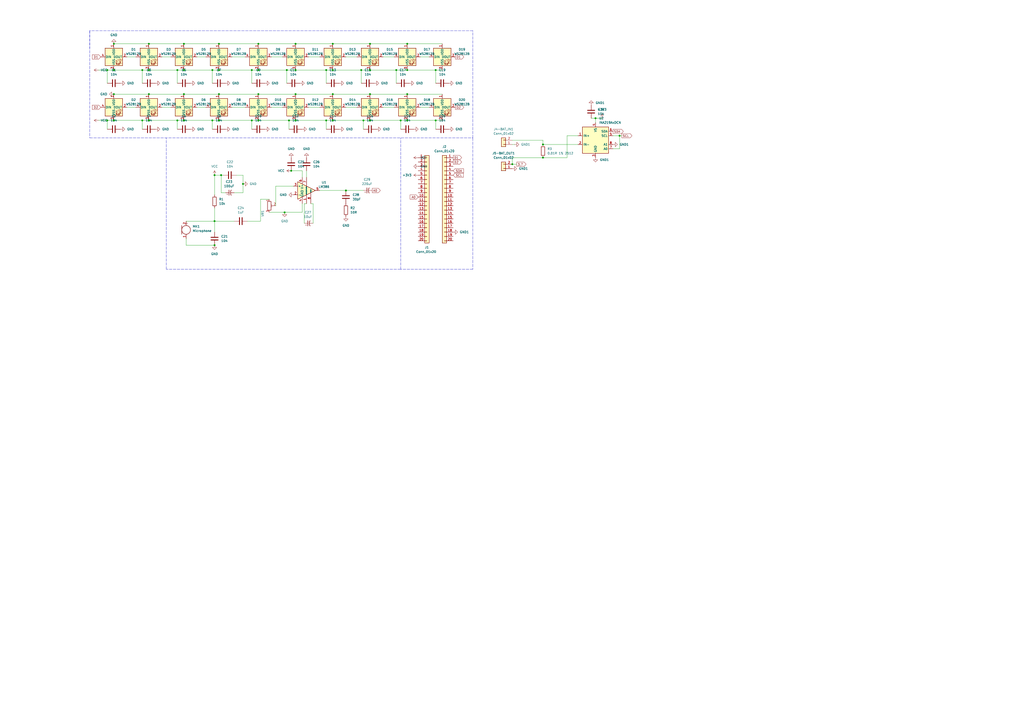
<source format=kicad_sch>
(kicad_sch (version 20211123) (generator eeschema)
  (paper "A2")
  (lib_symbols
    (symbol "Amplifier_Audio:LM386" (pin_names (offset 0.127))
      (property "Reference" "U" (at 1.27 7.62 0))
      (property "Value" "LM386" (at 1.27 5.08 0))
      (symbol "LM386_0_1"
        (polyline (pts (xy 5.08 0) (xy -5.08 5.08) (xy -5.08 -5.08) (xy 5.08 0)) (stroke (width 0.254)) (fill (type background)))
      )
      (symbol "LM386_1_1"
        (pin input line (at 0 -7.62 90) (length 5.08) (name "GAIN") (number "1"))
        (pin input line (at -7.62 -2.54 0) (length 2.54) (name "-") (number "2"))
        (pin input line (at -7.62 2.54 0) (length 2.54) (name "+") (number "3"))
        (pin power_in line (at -2.54 -7.62 90) (length 3.81) (name "GND") (number "4"))
        (pin output line (at 7.62 0 180) (length 2.54) (name "~") (number "5"))
        (pin power_in line (at -2.54 7.62 270) (length 3.81) (name "V+") (number "6"))
        (pin input line (at 0 7.62 270) (length 5.08) (name "BYPASS") (number "7"))
        (pin input line (at 2.54 -7.62 90) (length 6.35) (name "GAIN") (number "8"))
      )
    )
    (symbol "Analog_ADC:INA219AxDCN"
      (property "Reference" "U" (at -6.35 8.89 0))
      (property "Value" "INA219AxDCN" (at 6.35 8.89 0))
      (symbol "INA219AxDCN_0_1"
        (rectangle (start -7.62 7.62) (end 7.62 -7.62) (stroke (width 0.254)) (fill (type background)))
      )
      (symbol "INA219AxDCN_1_1"
        (pin input line (at -10.16 2.54 0) (length 2.54) (name "IN+") (number "1"))
        (pin input line (at -10.16 -2.54 0) (length 2.54) (name "IN-") (number "2"))
        (pin power_in line (at 0 -10.16 90) (length 2.54) (name "GND") (number "3"))
        (pin power_in line (at 0 10.16 270) (length 2.54) (name "VS") (number "4"))
        (pin input line (at 10.16 2.54 180) (length 2.54) (name "SCL") (number "5"))
        (pin bidirectional line (at 10.16 5.08 180) (length 2.54) (name "SDA") (number "6"))
        (pin input line (at 10.16 -5.08 180) (length 2.54) (name "A0") (number "7"))
        (pin input line (at 10.16 -2.54 180) (length 2.54) (name "A1") (number "8"))
      )
    )
    (symbol "Connector_Generic:Conn_01x02" (pin_names (offset 1.016) hide)
      (property "Reference" "J" (at 0 2.54 0))
      (property "Value" "Conn_01x02" (at 0 -5.08 0))
      (symbol "Conn_01x02_1_1"
        (rectangle (start -1.27 -2.413) (end 0 -2.667) (stroke (width 0.1524)))
        (rectangle (start -1.27 0.127) (end 0 -0.127) (stroke (width 0.1524)))
        (rectangle (start -1.27 1.27) (end 1.27 -3.81) (stroke (width 0.254)) (fill (type background)))
        (pin passive line (at -5.08 0 0) (length 3.81) (name "Pin_1") (number "1"))
        (pin passive line (at -5.08 -2.54 0) (length 3.81) (name "Pin_2") (number "2"))
      )
    )
    (symbol "Connector_Generic:Conn_01x20" (pin_names (offset 1.016) hide)
      (property "Reference" "J" (at 0 25.4 0))
      (property "Value" "Conn_01x20" (at 0 -27.94 0))
      (symbol "Conn_01x20_1_1"
        (rectangle (start -1.27 -25.273) (end 0 -25.527) (stroke (width 0.1524)))
        (rectangle (start -1.27 -22.733) (end 0 -22.987) (stroke (width 0.1524)))
        (rectangle (start -1.27 -20.193) (end 0 -20.447) (stroke (width 0.1524)))
        (rectangle (start -1.27 -17.653) (end 0 -17.907) (stroke (width 0.1524)))
        (rectangle (start -1.27 -15.113) (end 0 -15.367) (stroke (width 0.1524)))
        (rectangle (start -1.27 -12.573) (end 0 -12.827) (stroke (width 0.1524)))
        (rectangle (start -1.27 -10.033) (end 0 -10.287) (stroke (width 0.1524)))
        (rectangle (start -1.27 -7.493) (end 0 -7.747) (stroke (width 0.1524)))
        (rectangle (start -1.27 -4.953) (end 0 -5.207) (stroke (width 0.1524)))
        (rectangle (start -1.27 -2.413) (end 0 -2.667) (stroke (width 0.1524)))
        (rectangle (start -1.27 0.127) (end 0 -0.127) (stroke (width 0.1524)))
        (rectangle (start -1.27 2.667) (end 0 2.413) (stroke (width 0.1524)))
        (rectangle (start -1.27 5.207) (end 0 4.953) (stroke (width 0.1524)))
        (rectangle (start -1.27 7.747) (end 0 7.493) (stroke (width 0.1524)))
        (rectangle (start -1.27 10.287) (end 0 10.033) (stroke (width 0.1524)))
        (rectangle (start -1.27 12.827) (end 0 12.573) (stroke (width 0.1524)))
        (rectangle (start -1.27 15.367) (end 0 15.113) (stroke (width 0.1524)))
        (rectangle (start -1.27 17.907) (end 0 17.653) (stroke (width 0.1524)))
        (rectangle (start -1.27 20.447) (end 0 20.193) (stroke (width 0.1524)))
        (rectangle (start -1.27 22.987) (end 0 22.733) (stroke (width 0.1524)))
        (rectangle (start -1.27 24.13) (end 1.27 -26.67) (stroke (width 0.254)) (fill (type background)))
        (pin passive line (at -5.08 22.86 0) (length 3.81) (name "Pin_1") (number "1"))
        (pin passive line (at -5.08 0 0) (length 3.81) (name "Pin_10") (number "10"))
        (pin passive line (at -5.08 -2.54 0) (length 3.81) (name "Pin_11") (number "11"))
        (pin passive line (at -5.08 -5.08 0) (length 3.81) (name "Pin_12") (number "12"))
        (pin passive line (at -5.08 -7.62 0) (length 3.81) (name "Pin_13") (number "13"))
        (pin passive line (at -5.08 -10.16 0) (length 3.81) (name "Pin_14") (number "14"))
        (pin passive line (at -5.08 -12.7 0) (length 3.81) (name "Pin_15") (number "15"))
        (pin passive line (at -5.08 -15.24 0) (length 3.81) (name "Pin_16") (number "16"))
        (pin passive line (at -5.08 -17.78 0) (length 3.81) (name "Pin_17") (number "17"))
        (pin passive line (at -5.08 -20.32 0) (length 3.81) (name "Pin_18") (number "18"))
        (pin passive line (at -5.08 -22.86 0) (length 3.81) (name "Pin_19") (number "19"))
        (pin passive line (at -5.08 20.32 0) (length 3.81) (name "Pin_2") (number "2"))
        (pin passive line (at -5.08 -25.4 0) (length 3.81) (name "Pin_20") (number "20"))
        (pin passive line (at -5.08 17.78 0) (length 3.81) (name "Pin_3") (number "3"))
        (pin passive line (at -5.08 15.24 0) (length 3.81) (name "Pin_4") (number "4"))
        (pin passive line (at -5.08 12.7 0) (length 3.81) (name "Pin_5") (number "5"))
        (pin passive line (at -5.08 10.16 0) (length 3.81) (name "Pin_6") (number "6"))
        (pin passive line (at -5.08 7.62 0) (length 3.81) (name "Pin_7") (number "7"))
        (pin passive line (at -5.08 5.08 0) (length 3.81) (name "Pin_8") (number "8"))
        (pin passive line (at -5.08 2.54 0) (length 3.81) (name "Pin_9") (number "9"))
      )
    )
    (symbol "Device:C" (pin_numbers hide) (pin_names (offset 0.254))
      (property "Reference" "C" (at 0.635 2.54 0))
      (property "Value" "C" (at 0.635 -2.54 0))
      (symbol "C_0_1"
        (polyline (pts (xy -2.032 -0.762) (xy 2.032 -0.762)) (stroke (width 0.508)))
        (polyline (pts (xy -2.032 0.762) (xy 2.032 0.762)) (stroke (width 0.508)))
      )
      (symbol "C_1_1"
        (pin passive line (at 0 3.81 270) (length 2.794) (name "~") (number "1"))
        (pin passive line (at 0 -3.81 90) (length 2.794) (name "~") (number "2"))
      )
    )
    (symbol "Device:C_Polarized_Small_US" (pin_numbers hide) (pin_names (offset 0.254) hide)
      (property "Reference" "C" (at 0.254 1.778 0))
      (property "Value" "C_Polarized_Small_US" (at 0.254 -2.032 0))
      (symbol "C_Polarized_Small_US_0_1"
        (polyline (pts (xy -1.524 0.508) (xy 1.524 0.508)) (stroke (width 0.3048)))
        (polyline (pts (xy -1.27 1.524) (xy -0.762 1.524)))
        (polyline (pts (xy -1.016 1.27) (xy -1.016 1.778)))
        (arc (start 1.524 -0.762) (mid 0 -0.3734) (end -1.524 -0.762) (stroke (width 0.3048)))
      )
      (symbol "C_Polarized_Small_US_1_1"
        (pin passive line (at 0 2.54 270) (length 2.032) (name "~") (number "1"))
        (pin passive line (at 0 -2.54 90) (length 2.032) (name "~") (number "2"))
      )
    )
    (symbol "Device:Microphone" (pin_names (offset 0.0254) hide)
      (property "Reference" "MK" (at -3.81 1.27 0))
      (property "Value" "Microphone" (at -3.81 -0.635 0))
      (symbol "Microphone_0_1"
        (polyline (pts (xy -2.54 2.54) (xy -2.54 -2.54)) (stroke (width 0.254)))
        (polyline (pts (xy 0.254 3.81) (xy 0.762 3.81)))
        (polyline (pts (xy 0.508 4.064) (xy 0.508 3.556)))
        (circle (center 0 0) (radius 2.54) (stroke (width 0.254)))
      )
      (symbol "Microphone_1_1"
        (pin passive line (at 0 -5.08 90) (length 2.54) (name "-") (number "1"))
        (pin passive line (at 0 5.08 270) (length 2.54) (name "+") (number "2"))
      )
    )
    (symbol "Device:R" (pin_numbers hide) (pin_names (offset 0))
      (property "Reference" "R" (at 2.032 0 90))
      (property "Value" "R" (at 0 0 90))
      (symbol "R_0_1"
        (rectangle (start -1.016 -2.54) (end 1.016 2.54) (stroke (width 0.254)))
      )
      (symbol "R_1_1"
        (pin passive line (at 0 3.81 270) (length 1.27) (name "~") (number "1"))
        (pin passive line (at 0 -3.81 90) (length 1.27) (name "~") (number "2"))
      )
    )
    (symbol "Device:R_Potentiometer_Trim" (pin_names (offset 1.016) hide)
      (property "Reference" "RV" (at -4.445 0 90))
      (property "Value" "R_Potentiometer_Trim" (at -2.54 0 90))
      (symbol "R_Potentiometer_Trim_0_1"
        (polyline (pts (xy 1.524 0.762) (xy 1.524 -0.762)))
        (polyline (pts (xy 2.54 0) (xy 1.524 0)))
        (rectangle (start 1.016 2.54) (end -1.016 -2.54) (stroke (width 0.254)))
      )
      (symbol "R_Potentiometer_Trim_1_1"
        (pin passive line (at 0 3.81 270) (length 1.27) (name "1") (number "1"))
        (pin passive line (at 3.81 0 180) (length 1.27) (name "2") (number "2"))
        (pin passive line (at 0 -3.81 90) (length 1.27) (name "3") (number "3"))
      )
    )
    (symbol "LED:WS2812B" (pin_names (offset 0.254))
      (property "Reference" "D" (at 5.08 5.715 0))
      (property "Value" "WS2812B" (at 1.27 -5.715 0))
      (symbol "WS2812B_0_0"
        (text "RGB" (at 2.286 -4.191 0) (effects (font (size 0.762 0.762))))
      )
      (symbol "WS2812B_0_1"
        (polyline (pts (xy 1.27 -3.556) (xy 1.778 -3.556)))
        (polyline (pts (xy 1.27 -2.54) (xy 1.778 -2.54)))
        (polyline (pts (xy 4.699 -3.556) (xy 2.667 -3.556)))
        (polyline (pts (xy 2.286 -2.54) (xy 1.27 -3.556) (xy 1.27 -3.048)))
        (polyline (pts (xy 2.286 -1.524) (xy 1.27 -2.54) (xy 1.27 -2.032)))
        (polyline (pts (xy 3.683 -1.016) (xy 3.683 -3.556) (xy 3.683 -4.064)))
        (polyline (pts (xy 4.699 -1.524) (xy 2.667 -1.524) (xy 3.683 -3.556) (xy 4.699 -1.524)))
        (rectangle (start 5.08 5.08) (end -5.08 -5.08) (stroke (width 0.254)) (fill (type background)))
      )
      (symbol "WS2812B_1_1"
        (pin power_in line (at 0 7.62 270) (length 2.54) (name "VDD") (number "1"))
        (pin output line (at 7.62 0 180) (length 2.54) (name "DOUT") (number "2"))
        (pin power_in line (at 0 -7.62 90) (length 2.54) (name "VSS") (number "3"))
        (pin input line (at -7.62 0 0) (length 2.54) (name "DIN") (number "4"))
      )
    )
    (symbol "power:+3V3" (power) (pin_names (offset 0))
      (property "Value" "+3V3" (at 0 3.556 0))
      (symbol "+3V3_0_1"
        (polyline (pts (xy -0.762 1.27) (xy 0 2.54)))
        (polyline (pts (xy 0 0) (xy 0 2.54)))
        (polyline (pts (xy 0 2.54) (xy 0.762 1.27)))
      )
      (symbol "+3V3_1_1"
        (pin power_in line (at 0 0 90) (length 0) hide (name "+3V3") (number "1"))
      )
    )
    (symbol "power:GND" (power) (pin_names (offset 0))
      (property "Value" "GND" (at 0 -3.81 0))
      (symbol "GND_0_1"
        (polyline (pts (xy 0 0) (xy 0 -1.27) (xy 1.27 -1.27) (xy 0 -2.54) (xy -1.27 -1.27) (xy 0 -1.27)))
      )
      (symbol "GND_1_1"
        (pin power_in line (at 0 0 270) (length 0) hide (name "GND") (number "1"))
      )
    )
    (symbol "power:GND1" (power) (pin_names (offset 0))
      (property "Value" "GND1" (at 0 -3.81 0))
      (symbol "GND1_0_1"
        (polyline (pts (xy 0 0) (xy 0 -1.27) (xy 1.27 -1.27) (xy 0 -2.54) (xy -1.27 -1.27) (xy 0 -1.27)))
      )
      (symbol "GND1_1_1"
        (pin power_in line (at 0 0 270) (length 0) hide (name "GND1") (number "1"))
      )
    )
    (symbol "power:VCC" (power) (pin_names (offset 0))
      (property "Value" "VCC" (at 0 3.81 0))
      (symbol "VCC_0_1"
        (polyline (pts (xy -0.762 1.27) (xy 0 2.54)))
        (polyline (pts (xy 0 0) (xy 0 2.54)))
        (polyline (pts (xy 0 2.54) (xy 0.762 1.27)))
      )
      (symbol "VCC_1_1"
        (pin power_in line (at 0 0 90) (length 0) hide (name "VCC") (number "1"))
      )
    )
  )
  (junction (at 124.46 142.24))
  (junction (at 149.86 25.4))
  (junction (at 252.73 40.64))
  (junction (at 86.36 40.64))
  (junction (at 209.55 40.64))
  (junction (at 314.96 83.82))
  (junction (at 297.18 95.25))
  (junction (at 82.55 69.85))
  (junction (at 214.63 54.61))
  (junction (at 193.04 25.4))
  (junction (at 165.1 123.19))
  (junction (at 232.41 69.85))
  (junction (at 345.44 68.58))
  (junction (at 82.55 40.64))
  (junction (at 236.22 69.85))
  (junction (at 149.86 54.61))
  (junction (at 123.19 40.64))
  (junction (at 189.23 40.64))
  (junction (at 62.23 40.64))
  (junction (at 167.64 69.85))
  (junction (at 127 54.61))
  (junction (at 193.04 54.61))
  (junction (at 171.45 54.61))
  (junction (at 106.68 40.64))
  (junction (at 66.04 69.85))
  (junction (at 193.04 69.85))
  (junction (at 66.04 40.64))
  (junction (at 66.04 54.61))
  (junction (at 214.63 69.85))
  (junction (at 171.45 69.85))
  (junction (at 128.27 101.6))
  (junction (at 127 25.4))
  (junction (at 252.73 69.85))
  (junction (at 171.45 25.4))
  (junction (at 102.87 69.85))
  (junction (at 149.86 40.64))
  (junction (at 200.66 110.49))
  (junction (at 146.05 69.85))
  (junction (at 314.96 91.44))
  (junction (at 236.22 54.61))
  (junction (at 127 40.64))
  (junction (at 124.46 101.6))
  (junction (at 86.36 69.85))
  (junction (at 123.19 69.85))
  (junction (at 171.45 40.64))
  (junction (at 102.87 40.64))
  (junction (at 140.97 106.68))
  (junction (at 229.87 40.64))
  (junction (at 210.82 69.85))
  (junction (at 106.68 69.85))
  (junction (at 359.41 78.74))
  (junction (at 62.23 69.85))
  (junction (at 86.36 54.61))
  (junction (at 106.68 25.4))
  (junction (at 168.91 99.06))
  (junction (at 214.63 40.64))
  (junction (at 124.46 128.27))
  (junction (at 189.23 69.85))
  (junction (at 193.04 40.64))
  (junction (at 214.63 25.4))
  (junction (at 146.05 40.64))
  (junction (at 106.68 54.61))
  (junction (at 66.04 25.4))
  (junction (at 127 69.85))
  (junction (at 236.22 25.4))
  (junction (at 166.37 40.64))
  (junction (at 86.36 25.4))
  (junction (at 236.22 40.64))
  (junction (at 149.86 69.85))
  (wire (pts (xy 209.55 40.64) (xy 209.55 48.26)))
  (wire (pts (xy 123.19 69.85) (xy 127 69.85)))
  (wire (pts (xy 146.05 40.64) (xy 146.05 48.26)))
  (wire (pts (xy 314.96 91.44) (xy 328.93 91.44)))
  (wire (pts (xy 299.72 95.25) (xy 297.18 95.25)))
  (wire (pts (xy 168.91 99.06) (xy 175.26 99.06)))
  (wire (pts (xy 252.73 40.64) (xy 256.54 40.64)))
  (wire (pts (xy 128.27 111.76) (xy 130.81 111.76)))
  (wire (pts (xy 149.86 54.61) (xy 171.45 54.61)))
  (wire (pts (xy 210.82 69.85) (xy 210.82 74.93)))
  (wire (pts (xy 252.73 40.64) (xy 252.73 48.26)))
  (wire (pts (xy 62.23 40.64) (xy 66.04 40.64)))
  (wire (pts (xy 107.95 138.43) (xy 107.95 142.24)))
  (wire (pts (xy 102.87 69.85) (xy 102.87 74.93)))
  (wire (pts (xy 93.98 33.02) (xy 99.06 33.02)))
  (wire (pts (xy 124.46 101.6) (xy 128.27 101.6)))
  (wire (pts (xy 146.05 40.64) (xy 149.86 40.64)))
  (wire (pts (xy 137.16 101.6) (xy 140.97 101.6)))
  (wire (pts (xy 193.04 25.4) (xy 214.63 25.4)))
  (wire (pts (xy 166.37 40.64) (xy 166.37 48.26)))
  (wire (pts (xy 297.18 91.44) (xy 314.96 91.44)))
  (wire (pts (xy 359.41 78.74) (xy 360.68 78.74)))
  (wire (pts (xy 167.64 69.85) (xy 167.64 74.93)))
  (wire (pts (xy 73.66 62.23) (xy 78.74 62.23)))
  (wire (pts (xy 127 25.4) (xy 149.86 25.4)))
  (wire (pts (xy 82.55 69.85) (xy 86.36 69.85)))
  (wire (pts (xy 160.02 107.95) (xy 160.02 119.38)))
  (wire (pts (xy 140.97 106.68) (xy 140.97 111.76)))
  (wire (pts (xy 359.41 86.36) (xy 359.41 78.74)))
  (wire (pts (xy 222.25 62.23) (xy 228.6 62.23)))
  (wire (pts (xy 124.46 128.27) (xy 135.89 128.27)))
  (wire (pts (xy 297.18 83.82) (xy 298.45 83.82)))
  (wire (pts (xy 232.41 69.85) (xy 232.41 74.93)))
  (polyline (pts (xy 274.32 80.01) (xy 274.32 156.21)))
  (wire (pts (xy 236.22 69.85) (xy 252.73 69.85)))
  (wire (pts (xy 143.51 128.27) (xy 151.13 128.27)))
  (wire (pts (xy 167.64 69.85) (xy 171.45 69.85)))
  (wire (pts (xy 166.37 40.64) (xy 171.45 40.64)))
  (wire (pts (xy 209.55 40.64) (xy 214.63 40.64)))
  (wire (pts (xy 189.23 69.85) (xy 189.23 74.93)))
  (wire (pts (xy 123.19 40.64) (xy 127 40.64)))
  (wire (pts (xy 297.18 81.28) (xy 314.96 81.28)))
  (polyline (pts (xy 274.32 17.78) (xy 52.07 17.78)))
  (wire (pts (xy 176.53 118.11) (xy 176.53 129.54)))
  (wire (pts (xy 243.84 62.23) (xy 248.92 62.23)))
  (wire (pts (xy 114.3 62.23) (xy 119.38 62.23)))
  (wire (pts (xy 102.87 40.64) (xy 106.68 40.64)))
  (wire (pts (xy 175.26 118.11) (xy 175.26 123.19)))
  (wire (pts (xy 124.46 128.27) (xy 124.46 134.62)))
  (wire (pts (xy 123.19 69.85) (xy 123.19 74.93)))
  (wire (pts (xy 66.04 69.85) (xy 82.55 69.85)))
  (wire (pts (xy 345.44 68.58) (xy 349.25 68.58)))
  (wire (pts (xy 157.48 62.23) (xy 163.83 62.23)))
  (wire (pts (xy 107.95 128.27) (xy 124.46 128.27)))
  (polyline (pts (xy 232.41 156.21) (xy 96.52 156.21)))
  (wire (pts (xy 175.26 99.06) (xy 175.26 102.87)))
  (wire (pts (xy 123.19 48.26) (xy 123.19 40.64)))
  (wire (pts (xy 57.15 40.64) (xy 62.23 40.64)))
  (wire (pts (xy 185.42 110.49) (xy 200.66 110.49)))
  (wire (pts (xy 86.36 25.4) (xy 106.68 25.4)))
  (wire (pts (xy 222.25 33.02) (xy 228.6 33.02)))
  (wire (pts (xy 229.87 40.64) (xy 229.87 48.26)))
  (wire (pts (xy 179.07 33.02) (xy 185.42 33.02)))
  (wire (pts (xy 181.61 118.11) (xy 181.61 129.54)))
  (wire (pts (xy 189.23 40.64) (xy 193.04 40.64)))
  (wire (pts (xy 128.27 101.6) (xy 128.27 111.76)))
  (wire (pts (xy 127 40.64) (xy 146.05 40.64)))
  (wire (pts (xy 93.98 62.23) (xy 99.06 62.23)))
  (wire (pts (xy 328.93 78.74) (xy 335.28 78.74)))
  (polyline (pts (xy 52.07 80.01) (xy 274.32 80.01)))
  (wire (pts (xy 165.1 123.19) (xy 156.21 123.19)))
  (wire (pts (xy 114.3 33.02) (xy 119.38 33.02)))
  (wire (pts (xy 214.63 54.61) (xy 236.22 54.61)))
  (polyline (pts (xy 52.07 17.78) (xy 52.07 27.94)))
  (wire (pts (xy 181.61 118.11) (xy 180.34 118.11)))
  (wire (pts (xy 102.87 40.64) (xy 102.87 48.26)))
  (polyline (pts (xy 274.32 156.21) (xy 232.41 156.21)))
  (wire (pts (xy 106.68 40.64) (xy 123.19 40.64)))
  (wire (pts (xy 82.55 69.85) (xy 82.55 74.93)))
  (wire (pts (xy 229.87 40.64) (xy 236.22 40.64)))
  (wire (pts (xy 62.23 69.85) (xy 66.04 69.85)))
  (wire (pts (xy 106.68 25.4) (xy 127 25.4)))
  (wire (pts (xy 314.96 81.28) (xy 314.96 83.82)))
  (wire (pts (xy 62.23 40.64) (xy 62.23 48.26)))
  (wire (pts (xy 157.48 33.02) (xy 163.83 33.02)))
  (wire (pts (xy 82.55 40.64) (xy 86.36 40.64)))
  (wire (pts (xy 86.36 54.61) (xy 106.68 54.61)))
  (wire (pts (xy 214.63 69.85) (xy 232.41 69.85)))
  (wire (pts (xy 232.41 69.85) (xy 236.22 69.85)))
  (wire (pts (xy 179.07 62.23) (xy 185.42 62.23)))
  (wire (pts (xy 86.36 69.85) (xy 102.87 69.85)))
  (wire (pts (xy 170.18 107.95) (xy 160.02 107.95)))
  (polyline (pts (xy 52.07 17.78) (xy 52.07 80.01)))
  (wire (pts (xy 189.23 69.85) (xy 193.04 69.85)))
  (wire (pts (xy 297.18 91.44) (xy 297.18 95.25)))
  (wire (pts (xy 149.86 40.64) (xy 166.37 40.64)))
  (wire (pts (xy 176.53 118.11) (xy 177.8 118.11)))
  (wire (pts (xy 106.68 54.61) (xy 127 54.61)))
  (wire (pts (xy 102.87 69.85) (xy 106.68 69.85)))
  (wire (pts (xy 193.04 54.61) (xy 214.63 54.61)))
  (wire (pts (xy 171.45 69.85) (xy 189.23 69.85)))
  (wire (pts (xy 73.66 33.02) (xy 78.74 33.02)))
  (wire (pts (xy 193.04 40.64) (xy 209.55 40.64)))
  (wire (pts (xy 140.97 101.6) (xy 140.97 106.68)))
  (wire (pts (xy 355.6 86.36) (xy 359.41 86.36)))
  (wire (pts (xy 106.68 69.85) (xy 123.19 69.85)))
  (wire (pts (xy 243.84 33.02) (xy 248.92 33.02)))
  (wire (pts (xy 66.04 40.64) (xy 82.55 40.64)))
  (wire (pts (xy 151.13 128.27) (xy 151.13 115.57)))
  (wire (pts (xy 177.8 99.06) (xy 177.8 102.87)))
  (wire (pts (xy 151.13 115.57) (xy 156.21 115.57)))
  (polyline (pts (xy 232.41 156.21) (xy 232.41 80.01)))
  (wire (pts (xy 124.46 120.65) (xy 124.46 128.27)))
  (wire (pts (xy 171.45 25.4) (xy 193.04 25.4)))
  (wire (pts (xy 314.96 83.82) (xy 335.28 83.82)))
  (wire (pts (xy 236.22 25.4) (xy 256.54 25.4)))
  (wire (pts (xy 200.66 62.23) (xy 207.01 62.23)))
  (wire (pts (xy 342.9 68.58) (xy 345.44 68.58)))
  (wire (pts (xy 128.27 101.6) (xy 129.54 101.6)))
  (wire (pts (xy 210.82 69.85) (xy 214.63 69.85)))
  (wire (pts (xy 134.62 62.23) (xy 142.24 62.23)))
  (wire (pts (xy 236.22 54.61) (xy 256.54 54.61)))
  (wire (pts (xy 345.44 68.58) (xy 345.44 71.12)))
  (wire (pts (xy 149.86 69.85) (xy 167.64 69.85)))
  (polyline (pts (xy 96.52 156.21) (xy 96.52 80.01)))
  (wire (pts (xy 124.46 101.6) (xy 124.46 113.03)))
  (wire (pts (xy 146.05 69.85) (xy 146.05 74.93)))
  (wire (pts (xy 86.36 40.64) (xy 102.87 40.64)))
  (wire (pts (xy 66.04 54.61) (xy 86.36 54.61)))
  (wire (pts (xy 127 69.85) (xy 146.05 69.85)))
  (polyline (pts (xy 274.32 80.01) (xy 274.32 17.78)))
  (wire (pts (xy 140.97 111.76) (xy 135.89 111.76)))
  (wire (pts (xy 189.23 40.64) (xy 189.23 48.26)))
  (wire (pts (xy 214.63 25.4) (xy 236.22 25.4)))
  (wire (pts (xy 218.44 74.93) (xy 218.2718 74.929)))
  (wire (pts (xy 149.86 25.4) (xy 171.45 25.4)))
  (wire (pts (xy 200.66 33.02) (xy 207.01 33.02)))
  (wire (pts (xy 171.45 54.61) (xy 193.04 54.61)))
  (wire (pts (xy 62.23 69.85) (xy 62.23 74.93)))
  (wire (pts (xy 107.95 142.24) (xy 124.46 142.24)))
  (wire (pts (xy 134.62 33.02) (xy 142.24 33.02)))
  (wire (pts (xy 175.26 123.19) (xy 165.1 123.19)))
  (wire (pts (xy 57.15 69.85) (xy 62.23 69.85)))
  (wire (pts (xy 236.22 40.64) (xy 252.73 40.64)))
  (wire (pts (xy 82.55 40.64) (xy 82.55 48.26)))
  (wire (pts (xy 200.66 110.49) (xy 210.82 110.49)))
  (wire (pts (xy 252.73 69.85) (xy 252.73 74.93)))
  (wire (pts (xy 214.63 40.64) (xy 229.87 40.64)))
  (wire (pts (xy 127 54.61) (xy 149.86 54.61)))
  (wire (pts (xy 146.05 69.85) (xy 149.86 69.85)))
  (wire (pts (xy 328.93 91.44) (xy 328.93 78.74)))
  (wire (pts (xy 252.73 69.85) (xy 256.54 69.85)))
  (wire (pts (xy 171.45 40.64) (xy 189.23 40.64)))
  (wire (pts (xy 66.04 25.4) (xy 86.36 25.4)))
  (wire (pts (xy 355.6 78.74) (xy 359.41 78.74)))
  (wire (pts (xy 193.04 69.85) (xy 210.82 69.85)))
  (global_label "3.7" (shape output) (at 299.72 95.25 0) (property "Intersheet References" "${INTERSHEET_REFS}" (effects hide)))
  (global_label "A0" (shape output) (at 215.9 110.49 0) (property "Intersheet References" "${INTERSHEET_REFS}" (effects hide)))
  (global_label "D2" (shape output) (at 262.89 93.98 0) (property "插入圖紙頁參考" "${INTERSHEET_REFS}" (effects hide)))
  (global_label "A0" (shape input) (at 242.57 114.3 180) (property "插入圖紙頁參考" "${INTERSHEET_REFS}" (effects hide)))
  (global_label "D1" (shape input) (at 58.42 33.02 180) (property "Intersheet References" "${INTERSHEET_REFS}" (effects hide)))
  (global_label "D2" (shape output) (at 264.16 62.23 0) (property "插入圖紙頁參考" "${INTERSHEET_REFS}" (effects hide)))
  (global_label "SDA" (shape output) (at 355.6 76.2 0) (property "Intersheet References" "${INTERSHEET_REFS}" (effects hide)))
  (global_label "D1" (shape output) (at 262.89 91.44 0) (property "Intersheet References" "${INTERSHEET_REFS}" (effects hide)))
  (global_label "SCL" (shape input) (at 262.89 101.6 0) (property "Intersheet References" "${INTERSHEET_REFS}" (effects hide)))
  (global_label "D1" (shape output) (at 264.16 33.02 0) (property "Intersheet References" "${INTERSHEET_REFS}" (effects hide)))
  (global_label "SCL" (shape output) (at 360.68 78.74 0) (property "Intersheet References" "${INTERSHEET_REFS}" (effects hide)))
  (global_label "D2" (shape input) (at 58.42 62.23 180) (property "插入圖紙頁參考" "${INTERSHEET_REFS}" (effects hide)))
  (global_label "SDA" (shape input) (at 262.89 99.06 0) (property "Intersheet References" "${INTERSHEET_REFS}" (effects hide)))
  (symbol (lib_id "Device:C") (at 213.36 48.26 90) (unit 1)
    (property "Reference" "C15" (at 213.36 40.64 90))
    (property "Value" "104" (at 213.36 43.18 90))
    (property "Footprint" "Capacitor_SMD:C_0805_2012Metric_Pad1.18x1.45mm_HandSolder" (effects hide))
  )
  (symbol (lib_id "Device:R") (at 124.46 116.84 0) (unit 1)
    (property "Reference" "R1" (at 127 115.5699 0) (effects (justify left)))
    (property "Value" "10k" (at 127 118.1099 0) (effects (justify left)))
    (property "Footprint" "Capacitor_SMD:C_0805_2012Metric_Pad1.18x1.45mm_HandSolder" (effects hide))
  )
  (symbol (lib_id "power:GND1") (at 345.44 91.44 0) (unit 1)
    (property "Reference" "#PWR041" (effects hide))
    (property "Value" "GND1" (at 347.98 92.7099 0) (effects (justify left)))
  )
  (symbol (lib_id "LED:WS2812B") (at 127 62.23 0) (unit 1)
    (property "Reference" "D8" (at 138.43 57.8993 0))
    (property "Value" "WS2812B" (at 138.43 60.4393 0))
    (property "Footprint" "LED_SMD:LED_WS2812B_PLCC4_5.0x5.0mm_P3.2mm" (effects hide))
    (property "Datasheet" "https://cdn-shop.adafruit.com/datasheets/WS2812B.pdf" (effects hide))
  )
  (symbol (lib_id "power:GND") (at 170.18 113.03 270) (unit 1)
    (property "Reference" "#PWR031" (effects hide))
    (property "Value" "GND" (at 166.37 113.0299 90) (effects (justify right)))
  )
  (symbol (lib_id "Device:C") (at 256.54 48.26 90) (unit 1)
    (property "Reference" "C19" (at 256.54 40.64 90))
    (property "Value" "104" (at 256.54 43.18 90))
    (property "Footprint" "Capacitor_SMD:C_0805_2012Metric_Pad1.18x1.45mm_HandSolder" (effects hide))
  )
  (symbol (lib_id "power:GND") (at 196.85 74.93 90) (unit 1)
    (property "Reference" "#PWR018" (effects hide))
    (property "Value" "GND" (at 200.66 74.9299 90) (effects (justify right)))
  )
  (symbol (lib_id "power:GND") (at 153.67 48.26 90) (unit 1)
    (property "Reference" "#PWR013" (effects hide))
    (property "Value" "GND" (at 157.48 48.2599 90) (effects (justify right)))
  )
  (symbol (lib_id "LED:WS2812B") (at 236.22 33.02 0) (unit 1)
    (property "Reference" "D17" (at 247.65 28.6893 0))
    (property "Value" "WS2812B" (at 247.65 31.2293 0))
    (property "Footprint" "LED_SMD:LED_WS2812B_PLCC4_5.0x5.0mm_P3.2mm" (effects hide))
    (property "Datasheet" "https://cdn-shop.adafruit.com/datasheets/WS2812B.pdf" (effects hide))
  )
  (symbol (lib_id "power:GND") (at 130.81 48.26 90) (unit 1)
    (property "Reference" "#PWR011" (effects hide))
    (property "Value" "GND" (at 134.62 48.2599 90) (effects (justify right)))
  )
  (symbol (lib_id "LED:WS2812B") (at 86.36 62.23 0) (unit 1)
    (property "Reference" "D4" (at 97.79 57.8993 0))
    (property "Value" "WS2812B" (at 97.79 60.4393 0))
    (property "Footprint" "LED_SMD:LED_WS2812B_PLCC4_5.0x5.0mm_P3.2mm" (effects hide))
    (property "Datasheet" "https://cdn-shop.adafruit.com/datasheets/WS2812B.pdf" (effects hide))
  )
  (symbol (lib_id "Connector_Generic:Conn_01x02") (at 292.1 83.82 180) (unit 1)
    (property "Reference" "J4-BAT_IN1" (at 292.1 74.93 0))
    (property "Value" "Conn_01x02" (at 292.1 77.47 0))
    (property "Footprint" "Connector_PinSocket_2.54mm:PinSocket_1x02_P2.54mm_Vertical" (effects hide))
  )
  (symbol (lib_id "LED:WS2812B") (at 106.68 62.23 0) (unit 1)
    (property "Reference" "D6" (at 118.11 57.8993 0))
    (property "Value" "WS2812B" (at 118.11 60.4393 0))
    (property "Footprint" "LED_SMD:LED_WS2812B_PLCC4_5.0x5.0mm_P3.2mm" (effects hide))
    (property "Datasheet" "https://cdn-shop.adafruit.com/datasheets/WS2812B.pdf" (effects hide))
  )
  (symbol (lib_id "Device:C") (at 200.66 114.3 180) (unit 1)
    (property "Reference" "C28" (at 204.47 113.0299 0) (effects (justify right)))
    (property "Value" "30pF" (at 204.47 115.5699 0) (effects (justify right)))
    (property "Footprint" "Capacitor_SMD:C_0805_2012Metric_Pad1.18x1.45mm_HandSolder" (effects hide))
  )
  (symbol (lib_id "Device:C") (at 214.63 74.93 90) (unit 1)
    (property "Reference" "C16" (at 214.63 67.31 90))
    (property "Value" "104" (at 214.63 69.85 90))
    (property "Footprint" "Capacitor_SMD:C_0805_2012Metric_Pad1.18x1.45mm_HandSolder" (effects hide))
  )
  (symbol (lib_id "Device:C") (at 127 74.93 90) (unit 1)
    (property "Reference" "C8" (at 127 67.31 90))
    (property "Value" "104" (at 127 69.85 90))
    (property "Footprint" "Capacitor_SMD:C_0805_2012Metric_Pad1.18x1.45mm_HandSolder" (effects hide))
  )
  (symbol (lib_id "power:VCC") (at 168.91 99.06 90) (unit 1)
    (property "Reference" "#PWR030" (effects hide))
    (property "Value" "VCC" (at 165.1 99.0599 90) (effects (justify left)))
  )
  (symbol (lib_id "Device:C") (at 66.04 48.26 90) (unit 1)
    (property "Reference" "C1" (at 66.04 40.64 90))
    (property "Value" "104" (at 66.04 43.18 90))
    (property "Footprint" "Capacitor_SMD:C_0805_2012Metric_Pad1.18x1.45mm_HandSolder" (effects hide))
  )
  (symbol (lib_id "Analog_ADC:INA219AxDCN") (at 345.44 81.28 0) (unit 1)
    (property "Reference" "U2" (at 347.4594 68.58 0) (effects (justify left)))
    (property "Value" "INA219AxDCN" (at 347.4594 71.12 0) (effects (justify left)))
    (property "Footprint" "Package_TO_SOT_SMD:SOT-23-8" (effects hide))
    (property "Datasheet" "http://www.ti.com/lit/ds/symlink/ina219.pdf" (effects hide))
  )
  (symbol (lib_id "power:GND") (at 165.1 123.19 0) (unit 1)
    (property "Reference" "#PWR028" (effects hide))
    (property "Value" "GND" (at 165.1 128.27 0))
  )
  (symbol (lib_id "power:+3V3") (at 242.57 101.6 90) (unit 1)
    (property "Reference" "#PWR036" (effects hide))
    (property "Value" "+3V3" (at 238.76 101.5999 90) (effects (justify left)))
  )
  (symbol (lib_id "power:GND") (at 217.17 48.26 90) (unit 1)
    (property "Reference" "#PWR019" (effects hide))
    (property "Value" "GND" (at 220.98 48.2599 90) (effects (justify right)))
  )
  (symbol (lib_id "LED:WS2812B") (at 256.54 33.02 0) (unit 1)
    (property "Reference" "D19" (at 267.97 28.6893 0))
    (property "Value" "WS2812B" (at 267.97 31.2293 0))
    (property "Footprint" "LED_SMD:LED_WS2812B_PLCC4_5.0x5.0mm_P3.2mm" (effects hide))
    (property "Datasheet" "https://cdn-shop.adafruit.com/datasheets/WS2812B.pdf" (effects hide))
  )
  (symbol (lib_id "Device:C") (at 127 48.26 90) (unit 1)
    (property "Reference" "C7" (at 127 40.64 90))
    (property "Value" "104" (at 127 43.18 90))
    (property "Footprint" "Capacitor_SMD:C_0805_2012Metric_Pad1.18x1.45mm_HandSolder" (effects hide))
  )
  (symbol (lib_id "Device:C") (at 149.86 74.93 90) (unit 1)
    (property "Reference" "C10" (at 149.86 67.31 90))
    (property "Value" "104" (at 149.86 69.85 90))
    (property "Footprint" "Capacitor_SMD:C_0805_2012Metric_Pad1.18x1.45mm_HandSolder" (effects hide))
  )
  (symbol (lib_id "Device:C") (at 256.54 74.93 90) (unit 1)
    (property "Reference" "C20" (at 256.54 67.31 90))
    (property "Value" "104" (at 256.54 69.85 90))
    (property "Footprint" "Capacitor_SMD:C_0805_2012Metric_Pad1.18x1.45mm_HandSolder" (effects hide))
  )
  (symbol (lib_id "LED:WS2812B") (at 214.63 33.02 0) (unit 1)
    (property "Reference" "D15" (at 226.06 28.6893 0))
    (property "Value" "WS2812B" (at 226.06 31.2293 0))
    (property "Footprint" "LED_SMD:LED_WS2812B_PLCC4_5.0x5.0mm_P3.2mm" (effects hide))
    (property "Datasheet" "https://cdn-shop.adafruit.com/datasheets/WS2812B.pdf" (effects hide))
  )
  (symbol (lib_id "Device:C") (at 124.46 138.43 0) (unit 1)
    (property "Reference" "C21" (at 128.27 137.1599 0) (effects (justify left)))
    (property "Value" "104" (at 128.27 139.6999 0) (effects (justify left)))
    (property "Footprint" "Capacitor_SMD:C_0805_2012Metric_Pad1.18x1.45mm_HandSolder" (effects hide))
  )
  (symbol (lib_id "power:GND") (at 242.57 96.52 270) (unit 1)
    (property "Reference" "#PWR035" (effects hide))
    (property "Value" "GND" (at 243.84 96.5199 90) (effects (justify left)))
  )
  (symbol (lib_id "LED:WS2812B") (at 149.86 62.23 0) (unit 1)
    (property "Reference" "D10" (at 161.29 57.8993 0))
    (property "Value" "WS2812B" (at 161.29 60.4393 0))
    (property "Footprint" "LED_SMD:LED_WS2812B_PLCC4_5.0x5.0mm_P3.2mm" (effects hide))
    (property "Datasheet" "https://cdn-shop.adafruit.com/datasheets/WS2812B.pdf" (effects hide))
  )
  (symbol (lib_id "power:VCC") (at 57.15 40.64 90) (unit 1)
    (property "Reference" "#PWR01" (effects hide))
    (property "Value" "VCC" (at 58.42 40.6399 90) (effects (justify right)))
  )
  (symbol (lib_id "Device:C") (at 177.8 95.25 180) (unit 1)
    (property "Reference" "C26" (at 181.61 93.9799 0) (effects (justify right)))
    (property "Value" "104" (at 181.61 96.5199 0) (effects (justify right)))
    (property "Footprint" "Capacitor_SMD:C_0805_2012Metric_Pad1.18x1.45mm_HandSolder" (effects hide))
  )
  (symbol (lib_id "power:GND") (at 69.85 48.26 90) (unit 1)
    (property "Reference" "#PWR05" (effects hide))
    (property "Value" "GND" (at 73.66 48.2599 90) (effects (justify right)))
  )
  (symbol (lib_id "Connector_Generic:Conn_01x20") (at 257.81 114.3 0) (mirror y) (unit 1)
    (property "Reference" "J2" (at 257.81 85.09 0))
    (property "Value" "Conn_01x20" (at 257.81 87.63 0))
    (property "Footprint" "Connector_PinSocket_2.54mm:PinSocket_1x20_P2.54mm_Vertical" (effects hide))
  )
  (symbol (lib_id "power:GND") (at 124.46 142.24 0) (unit 1)
    (property "Reference" "#PWR026" (effects hide))
    (property "Value" "GND" (at 124.46 147.32 0))
  )
  (symbol (lib_id "Amplifier_Audio:LM386") (at 177.8 110.49 0) (unit 1)
    (property "Reference" "U1" (at 187.96 105.791 0))
    (property "Value" "LM386" (at 187.96 108.331 0))
    (property "Footprint" "Package_SO:TSSOP-8_3x3mm_P0.65mm" (effects hide))
    (property "Datasheet" "http://www.ti.com/lit/ds/symlink/lm386.pdf" (effects hide))
  )
  (symbol (lib_id "LED:WS2812B") (at 66.04 33.02 0) (unit 1)
    (property "Reference" "D1" (at 77.47 28.6893 0))
    (property "Value" "WS2812B" (at 77.47 31.2293 0))
    (property "Footprint" "LED_SMD:LED_WS2812B_PLCC4_5.0x5.0mm_P3.2mm" (effects hide))
    (property "Datasheet" "https://cdn-shop.adafruit.com/datasheets/WS2812B.pdf" (effects hide))
  )
  (symbol (lib_id "Device:C") (at 106.68 48.26 90) (unit 1)
    (property "Reference" "C5" (at 106.68 40.64 90))
    (property "Value" "104" (at 106.68 43.18 90))
    (property "Footprint" "Capacitor_SMD:C_0805_2012Metric_Pad1.18x1.45mm_HandSolder" (effects hide))
  )
  (symbol (lib_id "power:GND") (at 69.85 74.93 90) (unit 1)
    (property "Reference" "#PWR06" (effects hide))
    (property "Value" "GND" (at 73.66 74.9299 90) (effects (justify right)))
  )
  (symbol (lib_id "Device:R") (at 200.66 121.92 0) (unit 1)
    (property "Reference" "R2" (at 203.2 120.6499 0) (effects (justify left)))
    (property "Value" "10R" (at 203.2 123.1899 0) (effects (justify left)))
    (property "Footprint" "Capacitor_SMD:C_0805_2012Metric_Pad1.18x1.45mm_HandSolder" (effects hide))
  )
  (symbol (lib_id "Device:C_Polarized_Small_US") (at 133.35 111.76 90) (unit 1)
    (property "Reference" "C23" (at 132.9182 105.41 90))
    (property "Value" "100uF" (at 132.9182 107.95 90))
    (property "Footprint" "Capacitor_SMD:C_1206_3216Metric_Pad1.33x1.80mm_HandSolder" (effects hide))
  )
  (symbol (lib_id "power:GND1") (at 342.9 60.96 180) (unit 1)
    (property "Reference" "#PWR040" (effects hide))
    (property "Value" "GND1" (at 345.44 59.6899 0) (effects (justify right)))
  )
  (symbol (lib_id "power:VCC") (at 124.46 101.6 0) (unit 1)
    (property "Reference" "#PWR025" (effects hide))
    (property "Value" "VCC" (at 124.46 96.52 0))
  )
  (symbol (lib_id "Device:R_Potentiometer_Trim") (at 156.21 119.38 0) (unit 1)
    (property "Reference" "VR1" (at 152.4 125.73 90) (effects (justify left)))
    (property "Value" "R_Variable-10k" (effects hide))
    (property "Footprint" "Potentiometer_THT:Potentiometer_Bourns_3386P_Vertical" (effects hide))
  )
  (symbol (lib_id "power:GND") (at 260.35 48.26 90) (unit 1)
    (property "Reference" "#PWR023" (effects hide))
    (property "Value" "GND" (at 264.16 48.2599 90) (effects (justify right)))
  )
  (symbol (lib_id "Device:C_Polarized_Small_US") (at 213.36 110.49 90) (unit 1)
    (property "Reference" "C29" (at 212.9282 104.14 90))
    (property "Value" "220uF" (at 212.9282 106.68 90))
    (property "Footprint" "Capacitor_SMD:C_1210_3225Metric_Pad1.33x2.70mm_HandSolder" (effects hide))
  )
  (symbol (lib_id "Device:C") (at 139.7 128.27 90) (unit 1)
    (property "Reference" "C24" (at 139.7 120.65 90))
    (property "Value" "1uF" (at 139.7 123.19 90))
    (property "Footprint" "Capacitor_SMD:C_0805_2012Metric_Pad1.18x1.45mm_HandSolder" (effects hide))
  )
  (symbol (lib_id "power:GND") (at 110.49 74.93 90) (unit 1)
    (property "Reference" "#PWR010" (effects hide))
    (property "Value" "GND" (at 114.3 74.9299 90) (effects (justify right)))
  )
  (symbol (lib_id "LED:WS2812B") (at 214.63 62.23 0) (unit 1)
    (property "Reference" "D16" (at 226.06 57.8993 0))
    (property "Value" "WS2812B" (at 226.06 60.4393 0))
    (property "Footprint" "LED_SMD:LED_WS2812B_PLCC4_5.0x5.0mm_P3.2mm" (effects hide))
    (property "Datasheet" "https://cdn-shop.adafruit.com/datasheets/WS2812B.pdf" (effects hide))
  )
  (symbol (lib_id "power:GND") (at 168.91 91.44 180) (unit 1)
    (property "Reference" "#PWR029" (effects hide))
    (property "Value" "GND" (at 168.91 86.36 0))
  )
  (symbol (lib_id "power:GND1") (at 297.18 97.79 90) (unit 1)
    (property "Reference" "#PWR038" (effects hide))
    (property "Value" "GND1" (at 300.99 97.7899 90) (effects (justify right)))
  )
  (symbol (lib_id "power:GND") (at 110.49 48.26 90) (unit 1)
    (property "Reference" "#PWR09" (effects hide))
    (property "Value" "GND" (at 114.3 48.2599 90) (effects (justify right)))
  )
  (symbol (lib_id "Device:C") (at 149.86 48.26 90) (unit 1)
    (property "Reference" "C9" (at 149.86 40.64 90))
    (property "Value" "104" (at 149.86 43.18 90))
    (property "Footprint" "Capacitor_SMD:C_0805_2012Metric_Pad1.18x1.45mm_HandSolder" (effects hide))
  )
  (symbol (lib_id "Device:C") (at 106.68 74.93 90) (unit 1)
    (property "Reference" "C6" (at 106.68 67.31 90))
    (property "Value" "104" (at 106.68 69.85 90))
    (property "Footprint" "Capacitor_SMD:C_0805_2012Metric_Pad1.18x1.45mm_HandSolder" (effects hide))
  )
  (symbol (lib_id "power:GND") (at 90.17 74.93 90) (unit 1)
    (property "Reference" "#PWR08" (effects hide))
    (property "Value" "GND" (at 93.98 74.9299 90) (effects (justify right)))
  )
  (symbol (lib_id "power:GND1") (at 355.6 83.82 90) (unit 1)
    (property "Reference" "#PWR043" (effects hide))
    (property "Value" "GND1" (at 359.41 83.8199 90) (effects (justify right)))
  )
  (symbol (lib_id "LED:WS2812B") (at 86.36 33.02 0) (unit 1)
    (property "Reference" "D3" (at 97.79 28.6893 0))
    (property "Value" "WS2812B" (at 97.79 31.2293 0))
    (property "Footprint" "LED_SMD:LED_WS2812B_PLCC4_5.0x5.0mm_P3.2mm" (effects hide))
    (property "Datasheet" "https://cdn-shop.adafruit.com/datasheets/WS2812B.pdf" (effects hide))
  )
  (symbol (lib_id "power:GND") (at 153.67 74.93 90) (unit 1)
    (property "Reference" "#PWR014" (effects hide))
    (property "Value" "GND" (at 157.48 74.9299 90) (effects (justify right)))
  )
  (symbol (lib_id "power:GND") (at 218.2718 74.929 90) (unit 1)
    (property "Reference" "#PWR020" (effects hide))
    (property "Value" "GND" (at 222.0818 74.9289 90) (effects (justify right)))
  )
  (symbol (lib_id "Device:C") (at 86.36 48.26 90) (unit 1)
    (property "Reference" "C3" (at 86.36 40.64 90))
    (property "Value" "104" (at 86.36 43.18 90))
    (property "Footprint" "Capacitor_SMD:C_0805_2012Metric_Pad1.18x1.45mm_HandSolder" (effects hide))
  )
  (symbol (lib_id "LED:WS2812B") (at 171.45 33.02 0) (unit 1)
    (property "Reference" "D11" (at 182.88 28.6893 0))
    (property "Value" "WS2812B" (at 182.88 31.2293 0))
    (property "Footprint" "LED_SMD:LED_WS2812B_PLCC4_5.0x5.0mm_P3.2mm" (effects hide))
    (property "Datasheet" "https://cdn-shop.adafruit.com/datasheets/WS2812B.pdf" (effects hide))
  )
  (symbol (lib_id "LED:WS2812B") (at 256.54 62.23 0) (unit 1)
    (property "Reference" "D20" (at 267.97 57.8993 0))
    (property "Value" "WS2812B" (at 267.97 60.4393 0))
    (property "Footprint" "LED_SMD:LED_WS2812B_PLCC4_5.0x5.0mm_P3.2mm" (effects hide))
    (property "Datasheet" "https://cdn-shop.adafruit.com/datasheets/WS2812B.pdf" (effects hide))
  )
  (symbol (lib_id "Device:C") (at 193.04 48.26 90) (unit 1)
    (property "Reference" "C13" (at 193.04 40.64 90))
    (property "Value" "104" (at 193.04 43.18 90))
    (property "Footprint" "Capacitor_SMD:C_0805_2012Metric_Pad1.18x1.45mm_HandSolder" (effects hide))
  )
  (symbol (lib_id "power:GND") (at 140.97 106.68 90) (unit 1)
    (property "Reference" "#PWR027" (effects hide))
    (property "Value" "GND" (at 144.78 106.6799 90) (effects (justify right)))
  )
  (symbol (lib_id "power:GND") (at 90.17 48.26 90) (unit 1)
    (property "Reference" "#PWR07" (effects hide))
    (property "Value" "GND" (at 93.98 48.2599 90) (effects (justify right)))
  )
  (symbol (lib_id "power:VCC") (at 57.15 69.85 90) (unit 1)
    (property "Reference" "#PWR02" (effects hide))
    (property "Value" "VCC" (at 58.42 69.8499 90) (effects (justify right)))
  )
  (symbol (lib_id "power:GND") (at 175.26 74.93 90) (unit 1)
    (property "Reference" "#PWR016" (effects hide))
    (property "Value" "GND" (at 179.07 74.9299 90) (effects (justify right)))
  )
  (symbol (lib_id "LED:WS2812B") (at 171.45 62.23 0) (unit 1)
    (property "Reference" "D12" (at 182.88 57.8993 0))
    (property "Value" "WS2812B" (at 182.88 60.4393 0))
    (property "Footprint" "LED_SMD:LED_WS2812B_PLCC4_5.0x5.0mm_P3.2mm" (effects hide))
    (property "Datasheet" "https://cdn-shop.adafruit.com/datasheets/WS2812B.pdf" (effects hide))
  )
  (symbol (lib_id "power:GND1") (at 298.45 83.82 90) (unit 1)
    (property "Reference" "#PWR039" (effects hide))
    (property "Value" "GND1" (at 302.26 83.8199 90) (effects (justify right)))
  )
  (symbol (lib_id "power:GND") (at 200.66 125.73 0) (unit 1)
    (property "Reference" "#PWR033" (effects hide))
    (property "Value" "GND" (at 200.66 130.81 0))
  )
  (symbol (lib_id "Device:R") (at 314.96 87.63 0) (unit 1)
    (property "Reference" "R3" (at 317.5 86.3599 0) (effects (justify left)))
    (property "Value" "0.01R 1% 2512" (at 317.5 88.8999 0) (effects (justify left)))
    (property "Footprint" "Diode_SMD:D_2512_6332Metric_Pad1.52x3.35mm_HandSolder" (effects hide))
  )
  (symbol (lib_id "power:GND1") (at 262.89 134.62 90) (unit 1)
    (property "Reference" "#PWR037" (effects hide))
    (property "Value" "GND1" (at 266.7 134.6199 90) (effects (justify right)))
  )
  (symbol (lib_id "power:GND") (at 66.04 54.61 270) (unit 1)
    (property "Reference" "#PWR04" (effects hide))
    (property "Value" "GND" (at 62.23 54.6099 90) (effects (justify right)))
  )
  (symbol (lib_id "Connector_Generic:Conn_01x02") (at 292.1 97.79 180) (unit 1)
    (property "Reference" "J5-BAT_OUT1" (at 292.1 88.9 0))
    (property "Value" "Conn_01x02" (at 292.1 91.44 0))
    (property "Footprint" "Connector_PinSocket_2.54mm:PinSocket_1x02_P2.54mm_Vertical" (effects hide))
  )
  (symbol (lib_id "power:GND") (at 196.85 48.26 90) (unit 1)
    (property "Reference" "#PWR017" (effects hide))
    (property "Value" "GND" (at 200.66 48.2599 90) (effects (justify right)))
  )
  (symbol (lib_id "Device:C") (at 236.22 74.93 90) (unit 1)
    (property "Reference" "C18" (at 236.22 67.31 90))
    (property "Value" "104" (at 236.22 69.85 90))
    (property "Footprint" "Capacitor_SMD:C_0805_2012Metric_Pad1.18x1.45mm_HandSolder" (effects hide))
  )
  (symbol (lib_id "power:GND") (at 177.8 91.44 180) (unit 1)
    (property "Reference" "#PWR032" (effects hide))
    (property "Value" "GND" (at 177.8 86.36 0))
  )
  (symbol (lib_id "LED:WS2812B") (at 66.04 62.23 0) (unit 1)
    (property "Reference" "D2" (at 77.47 57.8993 0))
    (property "Value" "WS2812B" (at 77.47 60.4393 0))
    (property "Footprint" "LED_SMD:LED_WS2812B_PLCC4_5.0x5.0mm_P3.2mm" (effects hide))
    (property "Datasheet" "https://cdn-shop.adafruit.com/datasheets/WS2812B.pdf" (effects hide))
  )
  (symbol (lib_id "Device:C") (at 168.91 95.25 180) (unit 1)
    (property "Reference" "C25" (at 172.72 93.9799 0) (effects (justify right)))
    (property "Value" "104" (at 172.72 96.5199 0) (effects (justify right)))
    (property "Footprint" "Capacitor_SMD:C_0805_2012Metric_Pad1.18x1.45mm_HandSolder" (effects hide))
  )
  (symbol (lib_id "power:+3V3") (at 349.25 68.58 0) (unit 1)
    (property "Reference" "#PWR042" (effects hide))
    (property "Value" "+3V3" (at 349.25 63.5 0))
  )
  (symbol (lib_id "Device:C") (at 170.18 48.26 90) (unit 1)
    (property "Reference" "C11" (at 170.18 40.64 90))
    (property "Value" "104" (at 170.18 43.18 90))
    (property "Footprint" "Capacitor_SMD:C_0805_2012Metric_Pad1.18x1.45mm_HandSolder" (effects hide))
  )
  (symbol (lib_id "Device:C") (at 193.04 74.93 90) (unit 1)
    (property "Reference" "C14" (at 193.04 67.31 90))
    (property "Value" "104" (at 193.04 69.85 90))
    (property "Footprint" "Capacitor_SMD:C_0805_2012Metric_Pad1.18x1.45mm_HandSolder" (effects hide))
  )
  (symbol (lib_id "Device:C") (at 133.35 101.6 90) (unit 1)
    (property "Reference" "C22" (at 133.35 93.98 90))
    (property "Value" "104" (at 133.35 96.52 90))
    (property "Footprint" "Capacitor_SMD:C_0805_2012Metric_Pad1.18x1.45mm_HandSolder" (effects hide))
  )
  (symbol (lib_id "power:GND") (at 237.49 48.26 90) (unit 1)
    (property "Reference" "#PWR021" (effects hide))
    (property "Value" "GND" (at 241.3 48.2599 90) (effects (justify right)))
  )
  (symbol (lib_id "Device:C") (at 66.04 74.93 90) (unit 1)
    (property "Reference" "C2" (at 66.04 67.31 90))
    (property "Value" "104" (at 66.04 69.85 90))
    (property "Footprint" "Capacitor_SMD:C_0805_2012Metric_Pad1.18x1.45mm_HandSolder" (effects hide))
  )
  (symbol (lib_id "Device:C") (at 233.68 48.26 90) (unit 1)
    (property "Reference" "C17" (at 233.68 40.64 90))
    (property "Value" "104" (at 233.68 43.18 90))
    (property "Footprint" "Capacitor_SMD:C_0805_2012Metric_Pad1.18x1.45mm_HandSolder" (effects hide))
  )
  (symbol (lib_id "Device:C") (at 342.9 64.77 180) (unit 1)
    (property "Reference" "C30" (at 346.71 63.4999 0) (effects (justify right)))
    (property "Value" "104" (at 346.71 66.0399 0) (effects (justify right)))
    (property "Footprint" "Capacitor_SMD:C_0805_2012Metric_Pad1.18x1.45mm_HandSolder" (effects hide))
  )
  (symbol (lib_id "LED:WS2812B") (at 149.86 33.02 0) (unit 1)
    (property "Reference" "D9" (at 161.29 28.6893 0))
    (property "Value" "WS2812B" (at 161.29 31.2293 0))
    (property "Footprint" "LED_SMD:LED_WS2812B_PLCC4_5.0x5.0mm_P3.2mm" (effects hide))
    (property "Datasheet" "https://cdn-shop.adafruit.com/datasheets/WS2812B.pdf" (effects hide))
  )
  (symbol (lib_id "LED:WS2812B") (at 193.04 62.23 0) (unit 1)
    (property "Reference" "D14" (at 204.47 57.8993 0))
    (property "Value" "WS2812B" (at 204.47 60.4393 0))
    (property "Footprint" "LED_SMD:LED_WS2812B_PLCC4_5.0x5.0mm_P3.2mm" (effects hide))
    (property "Datasheet" "https://cdn-shop.adafruit.com/datasheets/WS2812B.pdf" (effects hide))
  )
  (symbol (lib_id "LED:WS2812B") (at 106.68 33.02 0) (unit 1)
    (property "Reference" "D5" (at 118.11 28.6893 0))
    (property "Value" "WS2812B" (at 118.11 31.2293 0))
    (property "Footprint" "LED_SMD:LED_WS2812B_PLCC4_5.0x5.0mm_P3.2mm" (effects hide))
    (property "Datasheet" "https://cdn-shop.adafruit.com/datasheets/WS2812B.pdf" (effects hide))
  )
  (symbol (lib_id "power:GND") (at 66.04 25.4 180) (unit 1)
    (property "Reference" "#PWR03" (effects hide))
    (property "Value" "GND" (at 66.04 20.32 0))
  )
  (symbol (lib_id "LED:WS2812B") (at 236.22 62.23 0) (unit 1)
    (property "Reference" "D18" (at 247.65 57.8993 0))
    (property "Value" "WS2812B" (at 247.65 60.4393 0))
    (property "Footprint" "LED_SMD:LED_WS2812B_PLCC4_5.0x5.0mm_P3.2mm" (effects hide))
    (property "Datasheet" "https://cdn-shop.adafruit.com/datasheets/WS2812B.pdf" (effects hide))
  )
  (symbol (lib_id "power:GND") (at 260.35 74.93 90) (unit 1)
    (property "Reference" "#PWR024" (effects hide))
    (property "Value" "GND" (at 264.16 74.9299 90) (effects (justify right)))
  )
  (symbol (lib_id "LED:WS2812B") (at 127 33.02 0) (unit 1)
    (property "Reference" "D7" (at 138.43 28.6893 0))
    (property "Value" "WS2812B" (at 138.43 31.2293 0))
    (property "Footprint" "LED_SMD:LED_WS2812B_PLCC4_5.0x5.0mm_P3.2mm" (effects hide))
    (property "Datasheet" "https://cdn-shop.adafruit.com/datasheets/WS2812B.pdf" (effects hide))
  )
  (symbol (lib_id "power:VCC") (at 242.57 91.44 90) (unit 1)
    (property "Reference" "#PWR034" (effects hide))
    (property "Value" "VCC" (at 243.84 91.4399 90) (effects (justify right)))
  )
  (symbol (lib_id "power:GND") (at 130.81 74.93 90) (unit 1)
    (property "Reference" "#PWR012" (effects hide))
    (property "Value" "GND" (at 134.62 74.9299 90) (effects (justify right)))
  )
  (symbol (lib_id "LED:WS2812B") (at 193.04 33.02 0) (unit 1)
    (property "Reference" "D13" (at 204.47 28.6893 0))
    (property "Value" "WS2812B" (at 204.47 31.2293 0))
    (property "Footprint" "LED_SMD:LED_WS2812B_PLCC4_5.0x5.0mm_P3.2mm" (effects hide))
    (property "Datasheet" "https://cdn-shop.adafruit.com/datasheets/WS2812B.pdf" (effects hide))
  )
  (symbol (lib_id "Device:C") (at 86.36 74.93 90) (unit 1)
    (property "Reference" "C4" (at 86.36 67.31 90))
    (property "Value" "104" (at 86.36 69.85 90))
    (property "Footprint" "Capacitor_SMD:C_0805_2012Metric_Pad1.18x1.45mm_HandSolder" (effects hide))
  )
  (symbol (lib_id "power:GND") (at 173.99 48.26 90) (unit 1)
    (property "Reference" "#PWR015" (effects hide))
    (property "Value" "GND" (at 177.8 48.2599 90) (effects (justify right)))
  )
  (symbol (lib_id "Device:C") (at 171.45 74.93 90) (unit 1)
    (property "Reference" "C12" (at 171.45 67.31 90))
    (property "Value" "104" (at 171.45 69.85 90))
    (property "Footprint" "Capacitor_SMD:C_0805_2012Metric_Pad1.18x1.45mm_HandSolder" (effects hide))
  )
  (symbol (lib_id "Device:C_Polarized_Small_US") (at 179.07 129.54 90) (unit 1)
    (property "Reference" "C27" (at 178.6382 123.19 90))
    (property "Value" "10uF" (at 178.6382 125.73 90))
    (property "Footprint" "Capacitor_SMD:C_0805_2012Metric_Pad1.18x1.45mm_HandSolder" (effects hide))
  )
  (symbol (lib_id "Device:Microphone") (at 107.95 133.35 0) (unit 1)
    (property "Reference" "MK1" (at 111.76 131.3814 0) (effects (justify left)))
    (property "Value" "Microphone" (at 111.76 133.9214 0) (effects (justify left)))
    (property "Footprint" "Connector_PinSocket_2.54mm:PinSocket_1x02_P2.54mm_Vertical" (effects hide))
  )
  (symbol (lib_id "Connector_Generic:Conn_01x20") (at 247.65 114.3 0) (unit 1)
    (property "Reference" "J1" (at 246.38 143.51 0) (effects (justify left)))
    (property "Value" "Conn_01x20" (at 241.3 146.05 0) (effects (justify left)))
    (property "Footprint" "Connector_PinSocket_2.54mm:PinSocket_1x20_P2.54mm_Vertical" (effects hide))
  )
  (symbol (lib_id "power:GND") (at 240.03 74.93 90) (unit 1)
    (property "Reference" "#PWR022" (effects hide))
    (property "Value" "GND" (at 243.84 74.9299 90) (effects (justify right)))
  )
)
</source>
